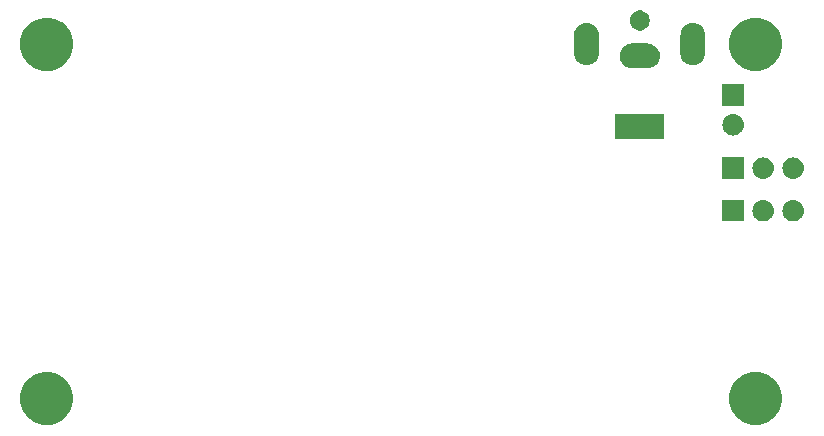
<source format=gbr>
G04 #@! TF.GenerationSoftware,KiCad,Pcbnew,(5.1.2)-2*
G04 #@! TF.CreationDate,2019-07-29T19:51:08+02:00*
G04 #@! TF.ProjectId,main_controller,6d61696e-5f63-46f6-9e74-726f6c6c6572,1*
G04 #@! TF.SameCoordinates,Original*
G04 #@! TF.FileFunction,Soldermask,Bot*
G04 #@! TF.FilePolarity,Negative*
%FSLAX46Y46*%
G04 Gerber Fmt 4.6, Leading zero omitted, Abs format (unit mm)*
G04 Created by KiCad (PCBNEW (5.1.2)-2) date 2019-07-29 19:51:08*
%MOMM*%
%LPD*%
G04 APERTURE LIST*
%ADD10C,0.100000*%
G04 APERTURE END LIST*
D10*
G36*
X95275880Y-62759776D02*
G01*
X95656593Y-62835504D01*
X96066249Y-63005189D01*
X96434929Y-63251534D01*
X96748466Y-63565071D01*
X96994811Y-63933751D01*
X97164496Y-64343407D01*
X97251000Y-64778296D01*
X97251000Y-65221704D01*
X97164496Y-65656593D01*
X96994811Y-66066249D01*
X96748466Y-66434929D01*
X96434929Y-66748466D01*
X96066249Y-66994811D01*
X95656593Y-67164496D01*
X95275880Y-67240224D01*
X95221705Y-67251000D01*
X94778295Y-67251000D01*
X94724120Y-67240224D01*
X94343407Y-67164496D01*
X93933751Y-66994811D01*
X93565071Y-66748466D01*
X93251534Y-66434929D01*
X93005189Y-66066249D01*
X92835504Y-65656593D01*
X92749000Y-65221704D01*
X92749000Y-64778296D01*
X92835504Y-64343407D01*
X93005189Y-63933751D01*
X93251534Y-63565071D01*
X93565071Y-63251534D01*
X93933751Y-63005189D01*
X94343407Y-62835504D01*
X94724120Y-62759776D01*
X94778295Y-62749000D01*
X95221705Y-62749000D01*
X95275880Y-62759776D01*
X95275880Y-62759776D01*
G37*
G36*
X35275880Y-62759776D02*
G01*
X35656593Y-62835504D01*
X36066249Y-63005189D01*
X36434929Y-63251534D01*
X36748466Y-63565071D01*
X36994811Y-63933751D01*
X37164496Y-64343407D01*
X37251000Y-64778296D01*
X37251000Y-65221704D01*
X37164496Y-65656593D01*
X36994811Y-66066249D01*
X36748466Y-66434929D01*
X36434929Y-66748466D01*
X36066249Y-66994811D01*
X35656593Y-67164496D01*
X35275880Y-67240224D01*
X35221705Y-67251000D01*
X34778295Y-67251000D01*
X34724120Y-67240224D01*
X34343407Y-67164496D01*
X33933751Y-66994811D01*
X33565071Y-66748466D01*
X33251534Y-66434929D01*
X33005189Y-66066249D01*
X32835504Y-65656593D01*
X32749000Y-65221704D01*
X32749000Y-64778296D01*
X32835504Y-64343407D01*
X33005189Y-63933751D01*
X33251534Y-63565071D01*
X33565071Y-63251534D01*
X33933751Y-63005189D01*
X34343407Y-62835504D01*
X34724120Y-62759776D01*
X34778295Y-62749000D01*
X35221705Y-62749000D01*
X35275880Y-62759776D01*
X35275880Y-62759776D01*
G37*
G36*
X94001000Y-50001000D02*
G01*
X92199000Y-50001000D01*
X92199000Y-48199000D01*
X94001000Y-48199000D01*
X94001000Y-50001000D01*
X94001000Y-50001000D01*
G37*
G36*
X95750443Y-48205519D02*
G01*
X95816627Y-48212037D01*
X95986466Y-48263557D01*
X96142991Y-48347222D01*
X96178729Y-48376552D01*
X96280186Y-48459814D01*
X96363448Y-48561271D01*
X96392778Y-48597009D01*
X96476443Y-48753534D01*
X96527963Y-48923373D01*
X96545359Y-49100000D01*
X96527963Y-49276627D01*
X96476443Y-49446466D01*
X96392778Y-49602991D01*
X96363448Y-49638729D01*
X96280186Y-49740186D01*
X96178729Y-49823448D01*
X96142991Y-49852778D01*
X95986466Y-49936443D01*
X95816627Y-49987963D01*
X95750442Y-49994482D01*
X95684260Y-50001000D01*
X95595740Y-50001000D01*
X95529557Y-49994481D01*
X95463373Y-49987963D01*
X95293534Y-49936443D01*
X95137009Y-49852778D01*
X95101271Y-49823448D01*
X94999814Y-49740186D01*
X94916552Y-49638729D01*
X94887222Y-49602991D01*
X94803557Y-49446466D01*
X94752037Y-49276627D01*
X94734641Y-49100000D01*
X94752037Y-48923373D01*
X94803557Y-48753534D01*
X94887222Y-48597009D01*
X94916552Y-48561271D01*
X94999814Y-48459814D01*
X95101271Y-48376552D01*
X95137009Y-48347222D01*
X95293534Y-48263557D01*
X95463373Y-48212037D01*
X95529558Y-48205518D01*
X95595740Y-48199000D01*
X95684260Y-48199000D01*
X95750443Y-48205519D01*
X95750443Y-48205519D01*
G37*
G36*
X98290443Y-48205519D02*
G01*
X98356627Y-48212037D01*
X98526466Y-48263557D01*
X98682991Y-48347222D01*
X98718729Y-48376552D01*
X98820186Y-48459814D01*
X98903448Y-48561271D01*
X98932778Y-48597009D01*
X99016443Y-48753534D01*
X99067963Y-48923373D01*
X99085359Y-49100000D01*
X99067963Y-49276627D01*
X99016443Y-49446466D01*
X98932778Y-49602991D01*
X98903448Y-49638729D01*
X98820186Y-49740186D01*
X98718729Y-49823448D01*
X98682991Y-49852778D01*
X98526466Y-49936443D01*
X98356627Y-49987963D01*
X98290442Y-49994482D01*
X98224260Y-50001000D01*
X98135740Y-50001000D01*
X98069557Y-49994481D01*
X98003373Y-49987963D01*
X97833534Y-49936443D01*
X97677009Y-49852778D01*
X97641271Y-49823448D01*
X97539814Y-49740186D01*
X97456552Y-49638729D01*
X97427222Y-49602991D01*
X97343557Y-49446466D01*
X97292037Y-49276627D01*
X97274641Y-49100000D01*
X97292037Y-48923373D01*
X97343557Y-48753534D01*
X97427222Y-48597009D01*
X97456552Y-48561271D01*
X97539814Y-48459814D01*
X97641271Y-48376552D01*
X97677009Y-48347222D01*
X97833534Y-48263557D01*
X98003373Y-48212037D01*
X98069558Y-48205518D01*
X98135740Y-48199000D01*
X98224260Y-48199000D01*
X98290443Y-48205519D01*
X98290443Y-48205519D01*
G37*
G36*
X98290442Y-44605518D02*
G01*
X98356627Y-44612037D01*
X98526466Y-44663557D01*
X98682991Y-44747222D01*
X98718729Y-44776552D01*
X98820186Y-44859814D01*
X98903448Y-44961271D01*
X98932778Y-44997009D01*
X99016443Y-45153534D01*
X99067963Y-45323373D01*
X99085359Y-45500000D01*
X99067963Y-45676627D01*
X99016443Y-45846466D01*
X98932778Y-46002991D01*
X98903448Y-46038729D01*
X98820186Y-46140186D01*
X98718729Y-46223448D01*
X98682991Y-46252778D01*
X98526466Y-46336443D01*
X98356627Y-46387963D01*
X98290442Y-46394482D01*
X98224260Y-46401000D01*
X98135740Y-46401000D01*
X98069558Y-46394482D01*
X98003373Y-46387963D01*
X97833534Y-46336443D01*
X97677009Y-46252778D01*
X97641271Y-46223448D01*
X97539814Y-46140186D01*
X97456552Y-46038729D01*
X97427222Y-46002991D01*
X97343557Y-45846466D01*
X97292037Y-45676627D01*
X97274641Y-45500000D01*
X97292037Y-45323373D01*
X97343557Y-45153534D01*
X97427222Y-44997009D01*
X97456552Y-44961271D01*
X97539814Y-44859814D01*
X97641271Y-44776552D01*
X97677009Y-44747222D01*
X97833534Y-44663557D01*
X98003373Y-44612037D01*
X98069558Y-44605518D01*
X98135740Y-44599000D01*
X98224260Y-44599000D01*
X98290442Y-44605518D01*
X98290442Y-44605518D01*
G37*
G36*
X94001000Y-46401000D02*
G01*
X92199000Y-46401000D01*
X92199000Y-44599000D01*
X94001000Y-44599000D01*
X94001000Y-46401000D01*
X94001000Y-46401000D01*
G37*
G36*
X95750442Y-44605518D02*
G01*
X95816627Y-44612037D01*
X95986466Y-44663557D01*
X96142991Y-44747222D01*
X96178729Y-44776552D01*
X96280186Y-44859814D01*
X96363448Y-44961271D01*
X96392778Y-44997009D01*
X96476443Y-45153534D01*
X96527963Y-45323373D01*
X96545359Y-45500000D01*
X96527963Y-45676627D01*
X96476443Y-45846466D01*
X96392778Y-46002991D01*
X96363448Y-46038729D01*
X96280186Y-46140186D01*
X96178729Y-46223448D01*
X96142991Y-46252778D01*
X95986466Y-46336443D01*
X95816627Y-46387963D01*
X95750442Y-46394482D01*
X95684260Y-46401000D01*
X95595740Y-46401000D01*
X95529558Y-46394482D01*
X95463373Y-46387963D01*
X95293534Y-46336443D01*
X95137009Y-46252778D01*
X95101271Y-46223448D01*
X94999814Y-46140186D01*
X94916552Y-46038729D01*
X94887222Y-46002991D01*
X94803557Y-45846466D01*
X94752037Y-45676627D01*
X94734641Y-45500000D01*
X94752037Y-45323373D01*
X94803557Y-45153534D01*
X94887222Y-44997009D01*
X94916552Y-44961271D01*
X94999814Y-44859814D01*
X95101271Y-44776552D01*
X95137009Y-44747222D01*
X95293534Y-44663557D01*
X95463373Y-44612037D01*
X95529558Y-44605518D01*
X95595740Y-44599000D01*
X95684260Y-44599000D01*
X95750442Y-44605518D01*
X95750442Y-44605518D01*
G37*
G36*
X87251000Y-43051000D02*
G01*
X83149000Y-43051000D01*
X83149000Y-40949000D01*
X87251000Y-40949000D01*
X87251000Y-43051000D01*
X87251000Y-43051000D01*
G37*
G36*
X93210443Y-40945519D02*
G01*
X93276627Y-40952037D01*
X93446466Y-41003557D01*
X93602991Y-41087222D01*
X93638729Y-41116552D01*
X93740186Y-41199814D01*
X93823448Y-41301271D01*
X93852778Y-41337009D01*
X93936443Y-41493534D01*
X93987963Y-41663373D01*
X94005359Y-41840000D01*
X93987963Y-42016627D01*
X93936443Y-42186466D01*
X93852778Y-42342991D01*
X93823448Y-42378729D01*
X93740186Y-42480186D01*
X93638729Y-42563448D01*
X93602991Y-42592778D01*
X93446466Y-42676443D01*
X93276627Y-42727963D01*
X93210443Y-42734481D01*
X93144260Y-42741000D01*
X93055740Y-42741000D01*
X92989557Y-42734481D01*
X92923373Y-42727963D01*
X92753534Y-42676443D01*
X92597009Y-42592778D01*
X92561271Y-42563448D01*
X92459814Y-42480186D01*
X92376552Y-42378729D01*
X92347222Y-42342991D01*
X92263557Y-42186466D01*
X92212037Y-42016627D01*
X92194641Y-41840000D01*
X92212037Y-41663373D01*
X92263557Y-41493534D01*
X92347222Y-41337009D01*
X92376552Y-41301271D01*
X92459814Y-41199814D01*
X92561271Y-41116552D01*
X92597009Y-41087222D01*
X92753534Y-41003557D01*
X92923373Y-40952037D01*
X92989557Y-40945519D01*
X93055740Y-40939000D01*
X93144260Y-40939000D01*
X93210443Y-40945519D01*
X93210443Y-40945519D01*
G37*
G36*
X94001000Y-40201000D02*
G01*
X92199000Y-40201000D01*
X92199000Y-38399000D01*
X94001000Y-38399000D01*
X94001000Y-40201000D01*
X94001000Y-40201000D01*
G37*
G36*
X35275880Y-32759776D02*
G01*
X35656593Y-32835504D01*
X36066249Y-33005189D01*
X36434929Y-33251534D01*
X36748466Y-33565071D01*
X36994811Y-33933751D01*
X37164496Y-34343407D01*
X37251000Y-34778296D01*
X37251000Y-35221704D01*
X37164496Y-35656593D01*
X36994811Y-36066249D01*
X36748466Y-36434929D01*
X36434929Y-36748466D01*
X36066249Y-36994811D01*
X35656593Y-37164496D01*
X35275880Y-37240224D01*
X35221705Y-37251000D01*
X34778295Y-37251000D01*
X34724120Y-37240224D01*
X34343407Y-37164496D01*
X33933751Y-36994811D01*
X33565071Y-36748466D01*
X33251534Y-36434929D01*
X33005189Y-36066249D01*
X32835504Y-35656593D01*
X32749000Y-35221704D01*
X32749000Y-34778296D01*
X32835504Y-34343407D01*
X33005189Y-33933751D01*
X33251534Y-33565071D01*
X33565071Y-33251534D01*
X33933751Y-33005189D01*
X34343407Y-32835504D01*
X34724120Y-32759776D01*
X34778295Y-32749000D01*
X35221705Y-32749000D01*
X35275880Y-32759776D01*
X35275880Y-32759776D01*
G37*
G36*
X95275880Y-32759776D02*
G01*
X95656593Y-32835504D01*
X96066249Y-33005189D01*
X96434929Y-33251534D01*
X96748466Y-33565071D01*
X96994811Y-33933751D01*
X97164496Y-34343407D01*
X97251000Y-34778296D01*
X97251000Y-35221704D01*
X97164496Y-35656593D01*
X96994811Y-36066249D01*
X96748466Y-36434929D01*
X96434929Y-36748466D01*
X96066249Y-36994811D01*
X95656593Y-37164496D01*
X95275880Y-37240224D01*
X95221705Y-37251000D01*
X94778295Y-37251000D01*
X94724120Y-37240224D01*
X94343407Y-37164496D01*
X93933751Y-36994811D01*
X93565071Y-36748466D01*
X93251534Y-36434929D01*
X93005189Y-36066249D01*
X92835504Y-35656593D01*
X92749000Y-35221704D01*
X92749000Y-34778296D01*
X92835504Y-34343407D01*
X93005189Y-33933751D01*
X93251534Y-33565071D01*
X93565071Y-33251534D01*
X93933751Y-33005189D01*
X94343407Y-32835504D01*
X94724120Y-32759776D01*
X94778295Y-32749000D01*
X95221705Y-32749000D01*
X95275880Y-32759776D01*
X95275880Y-32759776D01*
G37*
G36*
X85953097Y-34954069D02*
G01*
X86056032Y-34964207D01*
X86254146Y-35024305D01*
X86254149Y-35024306D01*
X86282565Y-35039495D01*
X86436729Y-35121897D01*
X86596765Y-35253235D01*
X86728103Y-35413271D01*
X86773939Y-35499025D01*
X86825694Y-35595851D01*
X86825695Y-35595854D01*
X86885793Y-35793968D01*
X86906085Y-36000000D01*
X86885793Y-36206032D01*
X86828658Y-36394378D01*
X86825694Y-36404149D01*
X86795811Y-36460055D01*
X86728103Y-36586729D01*
X86596765Y-36746765D01*
X86436729Y-36878103D01*
X86385244Y-36905622D01*
X86254149Y-36975694D01*
X86254146Y-36975695D01*
X86056032Y-37035793D01*
X85953097Y-37045931D01*
X85901631Y-37051000D01*
X84498369Y-37051000D01*
X84446903Y-37045931D01*
X84343968Y-37035793D01*
X84145854Y-36975695D01*
X84145851Y-36975694D01*
X84014756Y-36905622D01*
X83963271Y-36878103D01*
X83803235Y-36746765D01*
X83671897Y-36586729D01*
X83604189Y-36460055D01*
X83574306Y-36404149D01*
X83571342Y-36394378D01*
X83514207Y-36206032D01*
X83493915Y-36000000D01*
X83514207Y-35793968D01*
X83574305Y-35595854D01*
X83574306Y-35595851D01*
X83626061Y-35499025D01*
X83671897Y-35413271D01*
X83803235Y-35253235D01*
X83963271Y-35121897D01*
X84117435Y-35039495D01*
X84145851Y-35024306D01*
X84145854Y-35024305D01*
X84343968Y-34964207D01*
X84446903Y-34954069D01*
X84498369Y-34949000D01*
X85901631Y-34949000D01*
X85953097Y-34954069D01*
X85953097Y-34954069D01*
G37*
G36*
X89906032Y-33214207D02*
G01*
X90104146Y-33274305D01*
X90104149Y-33274306D01*
X90171872Y-33310505D01*
X90286729Y-33371897D01*
X90446765Y-33503235D01*
X90578103Y-33663271D01*
X90600600Y-33705361D01*
X90675694Y-33845851D01*
X90675695Y-33845854D01*
X90735793Y-34043968D01*
X90751000Y-34198370D01*
X90751000Y-35801630D01*
X90735793Y-35956032D01*
X90683860Y-36127231D01*
X90675694Y-36154149D01*
X90647963Y-36206030D01*
X90578103Y-36336729D01*
X90446765Y-36496765D01*
X90286729Y-36628103D01*
X90171871Y-36689495D01*
X90104148Y-36725694D01*
X90104145Y-36725695D01*
X89906031Y-36785793D01*
X89700000Y-36806085D01*
X89493968Y-36785793D01*
X89295854Y-36725695D01*
X89295851Y-36725694D01*
X89199025Y-36673939D01*
X89113271Y-36628103D01*
X88953235Y-36496765D01*
X88821897Y-36336729D01*
X88724307Y-36154149D01*
X88724306Y-36154148D01*
X88697641Y-36066246D01*
X88664207Y-35956031D01*
X88649000Y-35801629D01*
X88649000Y-34198370D01*
X88654281Y-34144751D01*
X88664207Y-34043967D01*
X88724305Y-33845854D01*
X88799401Y-33705361D01*
X88821898Y-33663271D01*
X88953236Y-33503235D01*
X89113272Y-33371897D01*
X89228129Y-33310505D01*
X89295852Y-33274306D01*
X89295855Y-33274305D01*
X89493969Y-33214207D01*
X89700000Y-33193915D01*
X89906032Y-33214207D01*
X89906032Y-33214207D01*
G37*
G36*
X80906032Y-33214207D02*
G01*
X81104146Y-33274305D01*
X81104149Y-33274306D01*
X81171872Y-33310505D01*
X81286729Y-33371897D01*
X81446765Y-33503235D01*
X81578103Y-33663271D01*
X81600600Y-33705361D01*
X81675694Y-33845851D01*
X81675695Y-33845854D01*
X81735793Y-34043968D01*
X81751000Y-34198370D01*
X81751000Y-35801630D01*
X81735793Y-35956032D01*
X81683860Y-36127231D01*
X81675694Y-36154149D01*
X81647963Y-36206030D01*
X81578103Y-36336729D01*
X81446765Y-36496765D01*
X81286729Y-36628103D01*
X81171871Y-36689495D01*
X81104148Y-36725694D01*
X81104145Y-36725695D01*
X80906031Y-36785793D01*
X80700000Y-36806085D01*
X80493968Y-36785793D01*
X80295854Y-36725695D01*
X80295851Y-36725694D01*
X80199025Y-36673939D01*
X80113271Y-36628103D01*
X79953235Y-36496765D01*
X79821897Y-36336729D01*
X79724307Y-36154149D01*
X79724306Y-36154148D01*
X79697641Y-36066246D01*
X79664207Y-35956031D01*
X79649000Y-35801629D01*
X79649000Y-34198370D01*
X79654281Y-34144751D01*
X79664207Y-34043967D01*
X79724305Y-33845854D01*
X79799401Y-33705361D01*
X79821898Y-33663271D01*
X79953236Y-33503235D01*
X80113272Y-33371897D01*
X80228129Y-33310505D01*
X80295852Y-33274306D01*
X80295855Y-33274305D01*
X80493969Y-33214207D01*
X80700000Y-33193915D01*
X80906032Y-33214207D01*
X80906032Y-33214207D01*
G37*
G36*
X85448228Y-32181703D02*
G01*
X85603100Y-32245853D01*
X85742481Y-32338985D01*
X85861015Y-32457519D01*
X85954147Y-32596900D01*
X86018297Y-32751772D01*
X86051000Y-32916184D01*
X86051000Y-33083816D01*
X86018297Y-33248228D01*
X85954147Y-33403100D01*
X85861015Y-33542481D01*
X85742481Y-33661015D01*
X85603100Y-33754147D01*
X85448228Y-33818297D01*
X85283816Y-33851000D01*
X85116184Y-33851000D01*
X84951772Y-33818297D01*
X84796900Y-33754147D01*
X84657519Y-33661015D01*
X84538985Y-33542481D01*
X84445853Y-33403100D01*
X84381703Y-33248228D01*
X84349000Y-33083816D01*
X84349000Y-32916184D01*
X84381703Y-32751772D01*
X84445853Y-32596900D01*
X84538985Y-32457519D01*
X84657519Y-32338985D01*
X84796900Y-32245853D01*
X84951772Y-32181703D01*
X85116184Y-32149000D01*
X85283816Y-32149000D01*
X85448228Y-32181703D01*
X85448228Y-32181703D01*
G37*
M02*

</source>
